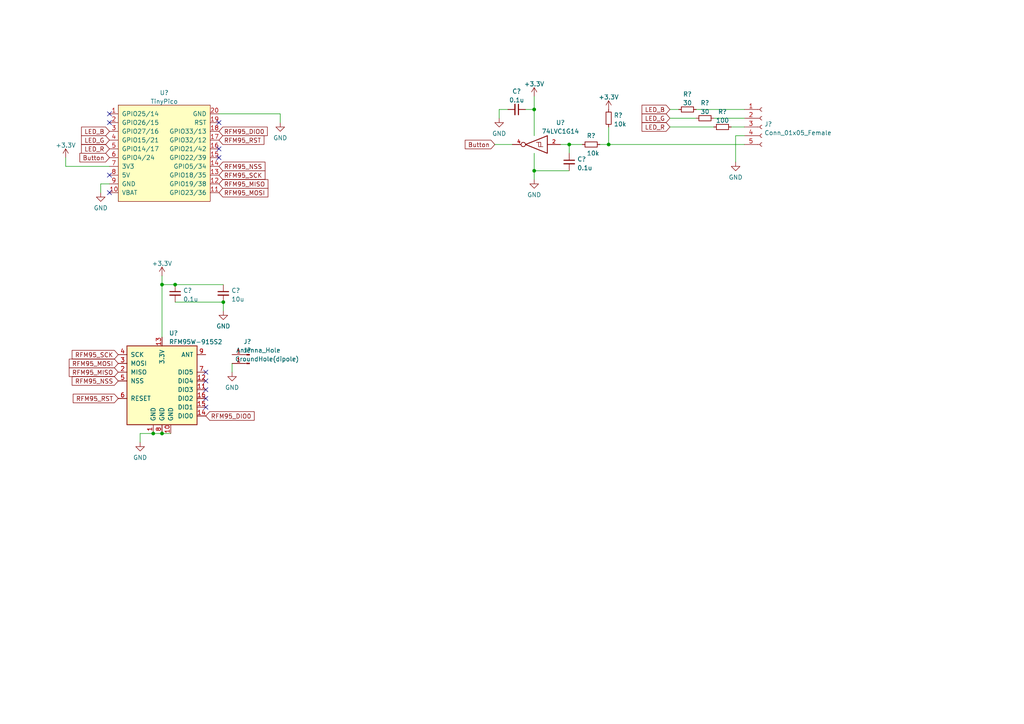
<source format=kicad_sch>
(kicad_sch (version 20211123) (generator eeschema)
  (paper "A4")
  (lib_symbols
    (symbol "74xGxx:74LVC1G14" (pin_names (offset 1.016))
      (property "Reference" "U" (at -2.54 3.81 0))
      (property "Value" "74LVC1G14" (at 0 -3.81 0))
      (symbol "74LVC1G14_0_1"
        (polyline (pts (xy -1.905 -0.635) (xy -1.27 -0.635) (xy -1.27 0.635)))
        (polyline (pts (xy -3.81 2.54) (xy -3.81 -2.54) (xy 2.54 0) (xy -3.81 2.54)) (stroke (width 0.254)))
        (polyline (pts (xy -2.54 -0.635) (xy -1.905 -0.635) (xy -1.905 0.635) (xy -0.635 0.635)))
      )
      (symbol "74LVC1G14_1_1"
        (pin input line (at -7.62 0 0) (length 3.81) (name "~") (number "2"))
        (pin power_in line (at 0 -2.54 270) (length 0) hide (name "GND") (number "3"))
        (pin output inverted (at 6.35 0 180) (length 3.81) (name "~") (number "4"))
        (pin power_in line (at 0 2.54 90) (length 0) hide (name "VCC") (number "5"))
      )
    )
    (symbol "Connector:Conn_01x01_Male" (pin_names (offset 1.016) hide)
      (property "Reference" "J" (at 0 2.54 0))
      (property "Value" "Conn_01x01_Male" (at 0 -2.54 0))
      (symbol "Conn_01x01_Male_1_1"
        (polyline (pts (xy 1.27 0) (xy 0.8636 0)) (stroke (width 0.1524)))
        (rectangle (start 0.8636 0.127) (end 0 -0.127) (stroke (width 0.1524)) (fill (type outline)))
        (pin passive line (at 5.08 0 180) (length 3.81) (name "Pin_1") (number "1"))
      )
    )
    (symbol "Connector:Conn_01x05_Female" (pin_names (offset 1.016) hide)
      (property "Reference" "J" (at 0 7.62 0))
      (property "Value" "Conn_01x05_Female" (at 0 -7.62 0))
      (symbol "Conn_01x05_Female_1_1"
        (arc (start 0 -4.572) (mid -0.508 -5.08) (end 0 -5.588) (stroke (width 0.1524)))
        (arc (start 0 -2.032) (mid -0.508 -2.54) (end 0 -3.048) (stroke (width 0.1524)))
        (polyline (pts (xy -1.27 -5.08) (xy -0.508 -5.08)) (stroke (width 0.1524)))
        (polyline (pts (xy -1.27 -2.54) (xy -0.508 -2.54)) (stroke (width 0.1524)))
        (polyline (pts (xy -1.27 0) (xy -0.508 0)) (stroke (width 0.1524)))
        (polyline (pts (xy -1.27 2.54) (xy -0.508 2.54)) (stroke (width 0.1524)))
        (polyline (pts (xy -1.27 5.08) (xy -0.508 5.08)) (stroke (width 0.1524)))
        (arc (start 0 0.508) (mid -0.508 0) (end 0 -0.508) (stroke (width 0.1524)))
        (arc (start 0 3.048) (mid -0.508 2.54) (end 0 2.032) (stroke (width 0.1524)))
        (arc (start 0 5.588) (mid -0.508 5.08) (end 0 4.572) (stroke (width 0.1524)))
        (pin passive line (at -5.08 5.08 0) (length 3.81) (name "Pin_1") (number "1"))
        (pin passive line (at -5.08 2.54 0) (length 3.81) (name "Pin_2") (number "2"))
        (pin passive line (at -5.08 0 0) (length 3.81) (name "Pin_3") (number "3"))
        (pin passive line (at -5.08 -2.54 0) (length 3.81) (name "Pin_4") (number "4"))
        (pin passive line (at -5.08 -5.08 0) (length 3.81) (name "Pin_5") (number "5"))
      )
    )
    (symbol "Device:C_Small" (pin_numbers hide) (pin_names (offset 0.254) hide)
      (property "Reference" "C" (at 0.254 1.778 0))
      (property "Value" "C_Small" (at 0.254 -2.032 0))
      (symbol "C_Small_0_1"
        (polyline (pts (xy -1.524 -0.508) (xy 1.524 -0.508)) (stroke (width 0.3302)))
        (polyline (pts (xy -1.524 0.508) (xy 1.524 0.508)) (stroke (width 0.3048)))
      )
      (symbol "C_Small_1_1"
        (pin passive line (at 0 2.54 270) (length 2.032) (name "~") (number "1"))
        (pin passive line (at 0 -2.54 90) (length 2.032) (name "~") (number "2"))
      )
    )
    (symbol "Device:R_Small" (pin_numbers hide) (pin_names (offset 0.254) hide)
      (property "Reference" "R" (at 0.762 0.508 0))
      (property "Value" "R_Small" (at 0.762 -1.016 0))
      (symbol "R_Small_0_1"
        (rectangle (start -0.762 1.778) (end 0.762 -1.778) (stroke (width 0.2032)))
      )
      (symbol "R_Small_1_1"
        (pin passive line (at 0 2.54 270) (length 0.762) (name "~") (number "1"))
        (pin passive line (at 0 -2.54 90) (length 0.762) (name "~") (number "2"))
      )
    )
    (symbol "RF_Module:RFM95W-915S2" (pin_names (offset 1.016))
      (property "Reference" "U" (at -10.414 11.684 0))
      (property "Value" "RFM95W-915S2" (at 1.524 11.43 0))
      (symbol "RFM95W-915S2_0_1"
        (rectangle (start -10.16 10.16) (end 10.16 -12.7) (stroke (width 0.254)) (fill (type background)))
      )
      (symbol "RFM95W-915S2_1_1"
        (pin power_in line (at -2.54 -15.24 90) (length 2.54) (name "GND") (number "1"))
        (pin power_in line (at 2.54 -15.24 90) (length 2.54) (name "GND") (number "10"))
        (pin bidirectional line (at 12.7 -2.54 180) (length 2.54) (name "DIO3") (number "11"))
        (pin bidirectional line (at 12.7 0 180) (length 2.54) (name "DIO4") (number "12"))
        (pin power_in line (at 0 12.7 270) (length 2.54) (name "3.3V") (number "13"))
        (pin bidirectional line (at 12.7 -10.16 180) (length 2.54) (name "DIO0") (number "14"))
        (pin bidirectional line (at 12.7 -7.62 180) (length 2.54) (name "DIO1") (number "15"))
        (pin bidirectional line (at 12.7 -5.08 180) (length 2.54) (name "DIO2") (number "16"))
        (pin output line (at -12.7 2.54 0) (length 2.54) (name "MISO") (number "2"))
        (pin input line (at -12.7 5.08 0) (length 2.54) (name "MOSI") (number "3"))
        (pin input line (at -12.7 7.62 0) (length 2.54) (name "SCK") (number "4"))
        (pin input line (at -12.7 0 0) (length 2.54) (name "NSS") (number "5"))
        (pin bidirectional line (at -12.7 -5.08 0) (length 2.54) (name "RESET") (number "6"))
        (pin bidirectional line (at 12.7 2.54 180) (length 2.54) (name "DIO5") (number "7"))
        (pin power_in line (at 0 -15.24 90) (length 2.54) (name "GND") (number "8"))
        (pin bidirectional line (at 12.7 7.62 180) (length 2.54) (name "ANT") (number "9"))
      )
    )
    (symbol "dmc_dev_modules:TinyPico" (pin_names (offset 1.016))
      (property "Reference" "U" (at -8.89 16.51 0))
      (property "Value" "TinyPico" (at -8.89 13.97 0))
      (symbol "TinyPico_0_1"
        (rectangle (start -13.97 12.7) (end 12.7 -15.24) (fill (type background)))
      )
      (symbol "TinyPico_1_1"
        (pin passive line (at -16.51 10.16 0) (length 2.54) (name "GPIO25/14") (number "1"))
        (pin passive line (at -16.51 -12.7 0) (length 2.54) (name "VBAT") (number "10"))
        (pin passive line (at 15.24 -12.7 180) (length 2.54) (name "GPIO23/36") (number "11"))
        (pin passive line (at 15.24 -10.16 180) (length 2.54) (name "GPIO19/38") (number "12"))
        (pin passive line (at 15.24 -7.62 180) (length 2.54) (name "GPIO18/35") (number "13"))
        (pin passive line (at 15.24 -5.08 180) (length 2.54) (name "GPIO5/34") (number "14"))
        (pin passive line (at 15.24 -2.54 180) (length 2.54) (name "GPIO22/39") (number "15"))
        (pin passive line (at 15.24 0 180) (length 2.54) (name "GPIO21/42") (number "16"))
        (pin passive line (at 15.24 2.54 180) (length 2.54) (name "GPIO32/12") (number "17"))
        (pin passive line (at 15.24 5.08 180) (length 2.54) (name "GPIO33/13") (number "18"))
        (pin passive line (at 15.24 7.62 180) (length 2.54) (name "RST") (number "19"))
        (pin passive line (at -16.51 7.62 0) (length 2.54) (name "GPIO26/15") (number "2"))
        (pin power_in line (at 15.24 10.16 180) (length 2.54) (name "GND") (number "20"))
        (pin passive line (at -16.51 5.08 0) (length 2.54) (name "GPIO27/16") (number "3"))
        (pin passive line (at -16.51 2.54 0) (length 2.54) (name "GPIO15/21") (number "4"))
        (pin passive line (at -16.51 0 0) (length 2.54) (name "GPIO14/17") (number "5"))
        (pin passive line (at -16.51 -2.54 0) (length 2.54) (name "GPIO4/24") (number "6"))
        (pin power_out line (at -16.51 -5.08 0) (length 2.54) (name "3V3") (number "7"))
        (pin power_in line (at -16.51 -7.62 0) (length 2.54) (name "5V") (number "8"))
        (pin power_in line (at -16.51 -10.16 0) (length 2.54) (name "GND") (number "9"))
      )
    )
    (symbol "power:+3.3V" (power) (pin_names (offset 0))
      (property "Value" "+3.3V" (at 0 3.556 0))
      (symbol "+3.3V_0_1"
        (polyline (pts (xy -0.762 1.27) (xy 0 2.54)))
        (polyline (pts (xy 0 0) (xy 0 2.54)))
        (polyline (pts (xy 0 2.54) (xy 0.762 1.27)))
      )
      (symbol "+3.3V_1_1"
        (pin power_in line (at 0 0 90) (length 0) hide (name "+3.3V") (number "1"))
      )
    )
    (symbol "power:GND" (power) (pin_names (offset 0))
      (property "Value" "GND" (at 0 -3.81 0))
      (symbol "GND_0_1"
        (polyline (pts (xy 0 0) (xy 0 -1.27) (xy 1.27 -1.27) (xy 0 -2.54) (xy -1.27 -1.27) (xy 0 -1.27)))
      )
      (symbol "GND_1_1"
        (pin power_in line (at 0 0 270) (length 0) hide (name "GND") (number "1"))
      )
    )
  )
  (junction (at 64.77 87.63))
  (junction (at 165.1 41.91))
  (junction (at 154.94 49.53))
  (junction (at 176.53 41.91))
  (junction (at 46.99 82.55))
  (junction (at 46.99 125.73))
  (junction (at 50.8 82.55))
  (junction (at 154.94 31.75))
  (junction (at 44.45 125.73))
  (no_connect (at 59.69 113.03))
  (no_connect (at 59.69 118.11))
  (no_connect (at 59.69 115.57))
  (no_connect (at 31.75 50.8))
  (no_connect (at 63.5 35.56))
  (no_connect (at 31.75 55.88))
  (no_connect (at 31.75 35.56))
  (no_connect (at 59.69 107.95))
  (no_connect (at 63.5 45.72))
  (no_connect (at 63.5 43.18))
  (no_connect (at 31.75 33.02))
  (no_connect (at 59.69 110.49))
  (wire (pts (xy 50.8 82.55) (xy 64.77 82.55)))
  (wire (pts (xy 176.53 41.91) (xy 215.9 41.91)))
  (wire (pts (xy 165.1 41.91) (xy 168.91 41.91)))
  (wire (pts (xy 212.09 36.83) (xy 215.9 36.83)))
  (wire (pts (xy 165.1 41.91) (xy 165.1 44.45)))
  (wire (pts (xy 64.77 87.63) (xy 64.77 90.17)))
  (wire (pts (xy 194.31 31.75) (xy 196.85 31.75)))
  (wire (pts (xy 67.31 105.41) (xy 67.31 107.95)))
  (wire (pts (xy 81.28 33.02) (xy 81.28 35.56)))
  (wire (pts (xy 194.31 34.29) (xy 201.93 34.29)))
  (wire (pts (xy 46.99 125.73) (xy 44.45 125.73)))
  (wire (pts (xy 44.45 125.73) (xy 40.64 125.73)))
  (wire (pts (xy 176.53 41.91) (xy 173.99 41.91)))
  (wire (pts (xy 213.36 39.37) (xy 213.36 46.99)))
  (wire (pts (xy 201.93 31.75) (xy 215.9 31.75)))
  (wire (pts (xy 46.99 80.01) (xy 46.99 82.55)))
  (wire (pts (xy 154.94 27.94) (xy 154.94 31.75)))
  (wire (pts (xy 162.56 41.91) (xy 165.1 41.91)))
  (wire (pts (xy 154.94 49.53) (xy 154.94 52.07)))
  (wire (pts (xy 63.5 33.02) (xy 81.28 33.02)))
  (wire (pts (xy 154.94 49.53) (xy 165.1 49.53)))
  (wire (pts (xy 29.21 53.34) (xy 29.21 55.88)))
  (wire (pts (xy 143.51 41.91) (xy 148.59 41.91)))
  (wire (pts (xy 147.32 31.75) (xy 144.78 31.75)))
  (wire (pts (xy 31.75 53.34) (xy 29.21 53.34)))
  (wire (pts (xy 194.31 36.83) (xy 207.01 36.83)))
  (wire (pts (xy 154.94 31.75) (xy 154.94 39.37)))
  (wire (pts (xy 154.94 44.45) (xy 154.94 49.53)))
  (wire (pts (xy 50.8 87.63) (xy 64.77 87.63)))
  (wire (pts (xy 207.01 34.29) (xy 215.9 34.29)))
  (wire (pts (xy 19.05 48.26) (xy 31.75 48.26)))
  (wire (pts (xy 46.99 82.55) (xy 46.99 97.79)))
  (wire (pts (xy 40.64 125.73) (xy 40.64 128.27)))
  (wire (pts (xy 49.53 125.73) (xy 46.99 125.73)))
  (wire (pts (xy 152.4 31.75) (xy 154.94 31.75)))
  (wire (pts (xy 215.9 39.37) (xy 213.36 39.37)))
  (wire (pts (xy 46.99 82.55) (xy 50.8 82.55)))
  (wire (pts (xy 176.53 36.83) (xy 176.53 41.91)))
  (wire (pts (xy 144.78 31.75) (xy 144.78 34.29)))
  (wire (pts (xy 19.05 45.72) (xy 19.05 48.26)))
  (global_label "Button" (shape input) (at 31.75 45.72 180) (property "Intersheet References" "${INTERSHEET_REFS}" (effects hide)))
  (global_label "RFM95_DIO0" (shape input) (at 63.5 38.1 0) (property "Intersheet References" "${INTERSHEET_REFS}" (effects hide)))
  (global_label "RFM95_NSS" (shape input) (at 34.29 110.49 180) (property "Intersheet References" "${INTERSHEET_REFS}" (effects hide)))
  (global_label "LED_B" (shape input) (at 194.31 31.75 180) (property "Intersheet References" "${INTERSHEET_REFS}" (effects hide)))
  (global_label "RFM95_MOSI" (shape input) (at 34.29 105.41 180) (property "Intersheet References" "${INTERSHEET_REFS}" (effects hide)))
  (global_label "RFM95_MISO" (shape input) (at 34.29 107.95 180) (property "Intersheet References" "${INTERSHEET_REFS}" (effects hide)))
  (global_label "RFM95_RST" (shape input) (at 63.5 40.64 0) (property "Intersheet References" "${INTERSHEET_REFS}" (effects hide)))
  (global_label "Button" (shape input) (at 143.51 41.91 180) (property "Intersheet References" "${INTERSHEET_REFS}" (effects hide)))
  (global_label "RFM95_DIO0" (shape input) (at 59.69 120.65 0) (property "Intersheet References" "${INTERSHEET_REFS}" (effects hide)))
  (global_label "LED_B" (shape input) (at 31.75 38.1 180) (property "Intersheet References" "${INTERSHEET_REFS}" (effects hide)))
  (global_label "LED_G" (shape input) (at 194.31 34.29 180) (property "Intersheet References" "${INTERSHEET_REFS}" (effects hide)))
  (global_label "LED_G" (shape input) (at 31.75 40.64 180) (property "Intersheet References" "${INTERSHEET_REFS}" (effects hide)))
  (global_label "RFM95_SCK" (shape input) (at 34.29 102.87 180) (property "Intersheet References" "${INTERSHEET_REFS}" (effects hide)))
  (global_label "RFM95_MISO" (shape input) (at 63.5 53.34 0) (property "Intersheet References" "${INTERSHEET_REFS}" (effects hide)))
  (global_label "LED_R" (shape input) (at 31.75 43.18 180) (property "Intersheet References" "${INTERSHEET_REFS}" (effects hide)))
  (global_label "RFM95_RST" (shape input) (at 34.29 115.57 180) (property "Intersheet References" "${INTERSHEET_REFS}" (effects hide)))
  (global_label "RFM95_SCK" (shape input) (at 63.5 50.8 0) (property "Intersheet References" "${INTERSHEET_REFS}" (effects hide)))
  (global_label "RFM95_NSS" (shape input) (at 63.5 48.26 0) (property "Intersheet References" "${INTERSHEET_REFS}" (effects hide)))
  (global_label "LED_R" (shape input) (at 194.31 36.83 180) (property "Intersheet References" "${INTERSHEET_REFS}" (effects hide)))
  (global_label "RFM95_MOSI" (shape input) (at 63.5 55.88 0) (property "Intersheet References" "${INTERSHEET_REFS}" (effects hide)))
  (symbol (lib_id "power:GND") (at 67.31 107.95 0) (unit 1)
    (property "Reference" "#PWR?" (effects hide))
    (property "Value" "GND" (at 67.31 112.3934 0))
  )
  (symbol (lib_id "power:GND") (at 40.64 128.27 0) (unit 1)
    (property "Reference" "#PWR?" (effects hide))
    (property "Value" "GND" (at 40.64 132.7134 0))
  )
  (symbol (lib_id "power:GND") (at 64.77 90.17 0) (unit 1)
    (property "Reference" "#PWR?" (effects hide))
    (property "Value" "GND" (at 64.77 94.6134 0))
  )
  (symbol (lib_id "74xGxx:74LVC1G14") (at 154.94 41.91 0) (mirror y) (unit 1)
    (property "Reference" "U?" (at 162.56 35.56 0))
    (property "Value" "74LVC1G14" (at 162.56 38.1 0))
    (property "Datasheet" "http://www.ti.com/lit/sg/scyt129e/scyt129e.pdf" (effects hide))
  )
  (symbol (lib_id "power:+3.3V") (at 19.05 45.72 0) (unit 1)
    (property "Reference" "#PWR?" (effects hide))
    (property "Value" "+3.3V" (at 19.05 42.1442 0))
  )
  (symbol (lib_id "Device:R_Small") (at 176.53 34.29 0) (unit 1)
    (property "Reference" "R?" (at 178.0286 33.4553 0) (effects (justify left)))
    (property "Value" "10k" (at 178.0286 35.9922 0) (effects (justify left)))
  )
  (symbol (lib_id "power:GND") (at 81.28 35.56 0) (unit 1)
    (property "Reference" "#PWR?" (effects hide))
    (property "Value" "GND" (at 81.28 40.0034 0))
  )
  (symbol (lib_id "Device:C_Small") (at 149.86 31.75 270) (unit 1)
    (property "Reference" "C?" (at 149.8536 26.4881 90))
    (property "Value" "0.1u" (at 149.8536 29.025 90))
  )
  (symbol (lib_id "Device:R_Small") (at 204.47 34.29 90) (unit 1)
    (property "Reference" "R?" (at 204.47 29.8536 90))
    (property "Value" "30" (at 204.47 32.3905 90))
  )
  (symbol (lib_id "Device:R_Small") (at 171.45 41.91 270) (unit 1)
    (property "Reference" "R?" (at 170.18 39.37 90) (effects (justify left)))
    (property "Value" "10k" (at 170.18 44.45 90) (effects (justify left)))
  )
  (symbol (lib_id "Device:C_Small") (at 64.77 85.09 0) (unit 1)
    (property "Reference" "C?" (at 67.0941 84.2616 0) (effects (justify left)))
    (property "Value" "10u" (at 67.0941 86.7985 0) (effects (justify left)))
  )
  (symbol (lib_id "Connector:Conn_01x01_Male") (at 72.39 102.87 180) (unit 1)
    (property "Reference" "J?" (at 71.755 99.094 0))
    (property "Value" "Antenna_Hole" (at 74.93 101.6 0))
  )
  (symbol (lib_id "Device:C_Small") (at 165.1 46.99 0) (unit 1)
    (property "Reference" "C?" (at 167.4241 46.1616 0) (effects (justify left)))
    (property "Value" "0.1u" (at 167.4241 48.6985 0) (effects (justify left)))
  )
  (symbol (lib_id "Device:C_Small") (at 50.8 85.09 0) (unit 1)
    (property "Reference" "C?" (at 53.1241 84.2616 0) (effects (justify left)))
    (property "Value" "0.1u" (at 53.1241 86.7985 0) (effects (justify left)))
  )
  (symbol (lib_id "power:GND") (at 154.94 52.07 0) (unit 1)
    (property "Reference" "#PWR?" (effects hide))
    (property "Value" "GND" (at 154.94 56.5134 0))
  )
  (symbol (lib_id "power:+3.3V") (at 46.99 80.01 0) (unit 1)
    (property "Reference" "#PWR?" (effects hide))
    (property "Value" "+3.3V" (at 46.99 76.4342 0))
  )
  (symbol (lib_id "power:+3.3V") (at 154.94 27.94 0) (unit 1)
    (property "Reference" "#PWR?" (effects hide))
    (property "Value" "+3.3V" (at 154.94 24.3642 0))
  )
  (symbol (lib_id "Device:R_Small") (at 209.55 36.83 90) (unit 1)
    (property "Reference" "R?" (at 209.55 32.3936 90))
    (property "Value" "100" (at 209.55 34.9305 90))
  )
  (symbol (lib_id "power:GND") (at 144.78 34.29 0) (unit 1)
    (property "Reference" "#PWR?" (effects hide))
    (property "Value" "GND" (at 144.78 38.7334 0))
  )
  (symbol (lib_id "power:GND") (at 29.21 55.88 0) (unit 1)
    (property "Reference" "#PWR?" (effects hide))
    (property "Value" "GND" (at 29.21 60.3234 0))
  )
  (symbol (lib_id "Connector:Conn_01x05_Female") (at 220.98 36.83 0) (unit 1)
    (property "Reference" "J?" (at 221.6912 35.9953 0) (effects (justify left)))
    (property "Value" "Conn_01x05_Female" (at 221.6912 38.5322 0) (effects (justify left)))
  )
  (symbol (lib_id "RF_Module:RFM95W-915S2") (at 46.99 110.49 0) (unit 1)
    (property "Reference" "U?" (at 49.0094 96.6302 0) (effects (justify left)))
    (property "Value" "RFM95W-915S2" (at 49.0094 99.1671 0) (effects (justify left)))
    (property "Datasheet" "https://www.hoperf.com/data/upload/portal/20181127/5bfcbea20e9ef.pdf" (effects hide))
  )
  (symbol (lib_id "power:+3.3V") (at 176.53 31.75 0) (unit 1)
    (property "Reference" "#PWR?" (effects hide))
    (property "Value" "+3.3V" (at 176.53 28.1742 0))
  )
  (symbol (lib_id "power:GND") (at 213.36 46.99 0) (unit 1)
    (property "Reference" "#PWR?" (effects hide))
    (property "Value" "GND" (at 213.36 51.4334 0))
  )
  (symbol (lib_id "Connector:Conn_01x01_Male") (at 72.39 105.41 180) (unit 1)
    (property "Reference" "J?" (at 71.755 101.634 0))
    (property "Value" "GroundHole(dipole)" (at 77.47 104.14 0))
  )
  (symbol (lib_id "dmc_dev_modules:TinyPico") (at 48.26 43.18 0) (unit 1)
    (property "Reference" "U?" (at 47.625 26.9072 0))
    (property "Value" "TinyPico" (at 47.625 29.4441 0))
  )
  (symbol (lib_id "Device:R_Small") (at 199.39 31.75 90) (unit 1)
    (property "Reference" "R?" (at 199.39 27.3136 90))
    (property "Value" "30" (at 199.39 29.8505 90))
  )
)
</source>
